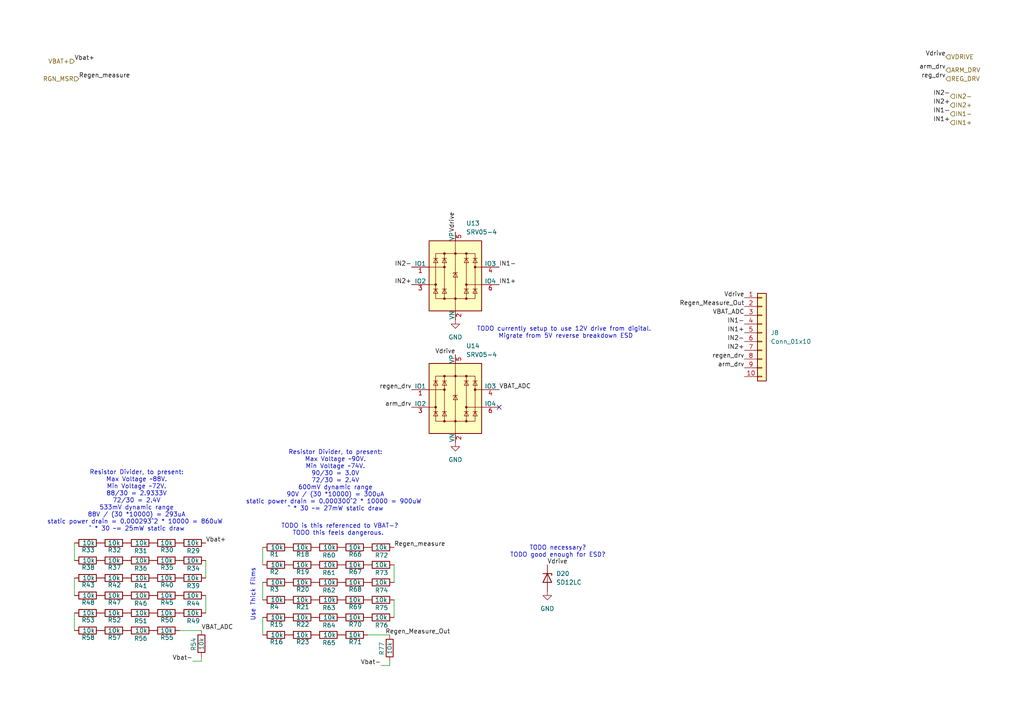
<source format=kicad_sch>
(kicad_sch (version 20250114) (generator "eeschema") (generator_version "9.0")
  (paper "A4")
  (lib_symbols
    (symbol "Connector_Generic:Conn_01x10" (pin_names (offset 1.016) (hide yes))
      (property "Reference" "J" (at 0 12.7 0))
      (property "Value" "Conn_01x10" (at 0 -15.24 0))
      (symbol "Conn_01x10_1_1"
        (rectangle (start -1.27 11.43) (end 1.27 -13.97) (stroke (width 0.254)) (fill (type background)))
        (rectangle (start -1.27 10.287) (end 0 10.033) (stroke (width 0.1524)))
        (rectangle (start -1.27 7.747) (end 0 7.493) (stroke (width 0.1524)))
        (rectangle (start -1.27 5.207) (end 0 4.953) (stroke (width 0.1524)))
        (rectangle (start -1.27 2.667) (end 0 2.413) (stroke (width 0.1524)))
        (rectangle (start -1.27 0.127) (end 0 -0.127) (stroke (width 0.1524)))
        (rectangle (start -1.27 -2.413) (end 0 -2.667) (stroke (width 0.1524)))
        (rectangle (start -1.27 -4.953) (end 0 -5.207) (stroke (width 0.1524)))
        (rectangle (start -1.27 -7.493) (end 0 -7.747) (stroke (width 0.1524)))
        (rectangle (start -1.27 -10.033) (end 0 -10.287) (stroke (width 0.1524)))
        (rectangle (start -1.27 -12.573) (end 0 -12.827) (stroke (width 0.1524)))
        (pin passive line (at -5.08 10.16 0) (length 3.81) (name "Pin_1") (number "1"))
        (pin passive line (at -5.08 7.62 0) (length 3.81) (name "Pin_2") (number "2"))
        (pin passive line (at -5.08 5.08 0) (length 3.81) (name "Pin_3") (number "3"))
        (pin passive line (at -5.08 2.54 0) (length 3.81) (name "Pin_4") (number "4"))
        (pin passive line (at -5.08 0 0) (length 3.81) (name "Pin_5") (number "5"))
        (pin passive line (at -5.08 -2.54 0) (length 3.81) (name "Pin_6") (number "6"))
        (pin passive line (at -5.08 -5.08 0) (length 3.81) (name "Pin_7") (number "7"))
        (pin passive line (at -5.08 -7.62 0) (length 3.81) (name "Pin_8") (number "8"))
        (pin passive line (at -5.08 -10.16 0) (length 3.81) (name "Pin_9") (number "9"))
        (pin passive line (at -5.08 -12.7 0) (length 3.81) (name "Pin_10") (number "10"))
      )
    )
    (symbol "Device:D_Zener" (pin_numbers (hide yes)) (pin_names (offset 1.016) (hide yes))
      (property "Reference" "D" (at 0 2.54 0))
      (property "Value" "D_Zener" (at 0 -2.54 0))
      (symbol "D_Zener_0_1"
        (polyline (pts (xy -1.27 -1.27) (xy -1.27 1.27) (xy -0.762 1.27)) (stroke (width 0.254)))
        (polyline (pts (xy 1.27 0) (xy -1.27 0)))
        (polyline (pts (xy 1.27 -1.27) (xy 1.27 1.27) (xy -1.27 0) (xy 1.27 -1.27)) (stroke (width 0.254)))
      )
      (symbol "D_Zener_1_1"
        (pin passive line (at -3.81 0 0) (length 2.54) (name "K") (number "1"))
        (pin passive line (at 3.81 0 180) (length 2.54) (name "A") (number "2"))
      )
    )
    (symbol "Device:R" (pin_numbers (hide yes)) (pin_names (offset 0))
      (property "Reference" "R" (at 2.032 0 90))
      (property "Value" "R" (at 0 0 90))
      (symbol "R_0_1"
        (rectangle (start -1.016 -2.54) (end 1.016 2.54) (stroke (width 0.254)))
      )
      (symbol "R_1_1"
        (pin passive line (at 0 3.81 270) (length 1.27) (name "~") (number "1"))
        (pin passive line (at 0 -3.81 90) (length 1.27) (name "~") (number "2"))
      )
    )
    (symbol "Power_Protection:SRV05-4" (pin_names (offset 0))
      (property "Reference" "U" (at -5.08 11.43 0))
      (property "Value" "SRV05-4" (at 2.54 11.43 0))
      (symbol "SRV05-4_0_0"
        (rectangle (start -5.715 6.477) (end 5.715 -6.604))
        (polyline (pts (xy -3.175 -6.604) (xy -3.175 6.477)))
        (polyline (pts (xy 3.175 6.477) (xy 3.175 -6.604)))
      )
      (symbol "SRV05-4_0_1"
        (polyline (pts (xy -7.747 2.54) (xy -3.175 2.54)))
        (rectangle (start -7.62 10.16) (end 7.62 -10.16) (stroke (width 0.254)) (fill (type background)))
        (polyline (pts (xy -7.62 -2.54) (xy -5.715 -2.54)))
        (circle (center -5.715 -2.54) (radius 0.2794) (fill (type outline)))
        (polyline (pts (xy -5.08 5.08) (xy -6.35 5.08)))
        (polyline (pts (xy -5.08 3.81) (xy -6.35 3.81) (xy -5.715 5.08) (xy -5.08 3.81)))
        (polyline (pts (xy -5.08 -3.81) (xy -6.35 -3.81)))
        (polyline (pts (xy -5.08 -5.08) (xy -6.35 -5.08) (xy -5.715 -3.81) (xy -5.08 -5.08)))
        (circle (center -3.175 6.477) (radius 0.2794) (fill (type outline)))
        (circle (center -3.175 2.54) (radius 0.2794) (fill (type outline)))
        (circle (center -3.175 -6.604) (radius 0.2794) (fill (type outline)))
        (polyline (pts (xy -2.54 5.08) (xy -3.81 5.08)))
        (polyline (pts (xy -2.54 3.81) (xy -3.81 3.81) (xy -3.175 5.08) (xy -2.54 3.81)))
        (polyline (pts (xy -2.54 -3.81) (xy -3.81 -3.81)))
        (polyline (pts (xy -2.54 -5.08) (xy -3.81 -5.08) (xy -3.175 -3.81) (xy -2.54 -5.08)))
        (polyline (pts (xy 0 10.16) (xy 0 -10.16)))
        (circle (center 0 6.477) (radius 0.2794) (fill (type outline)))
        (circle (center 0 -6.604) (radius 0.2794) (fill (type outline)))
        (polyline (pts (xy 0.635 0.889) (xy -0.635 0.889) (xy -0.635 0.635)))
        (polyline (pts (xy 0.635 -0.381) (xy -0.635 -0.381) (xy 0 0.889) (xy 0.635 -0.381)))
        (circle (center 3.175 6.477) (radius 0.2794) (fill (type outline)))
        (circle (center 3.175 -2.54) (radius 0.2794) (fill (type outline)))
        (circle (center 3.175 -6.604) (radius 0.2794) (fill (type outline)))
        (polyline (pts (xy 3.81 5.08) (xy 2.54 5.08)))
        (polyline (pts (xy 3.81 3.81) (xy 2.54 3.81) (xy 3.175 5.08) (xy 3.81 3.81)))
        (polyline (pts (xy 3.81 -3.81) (xy 2.54 -3.81)))
        (polyline (pts (xy 3.81 -5.08) (xy 2.54 -5.08) (xy 3.175 -3.81) (xy 3.81 -5.08)))
        (circle (center 5.715 2.54) (radius 0.2794) (fill (type outline)))
        (polyline (pts (xy 6.35 5.08) (xy 5.08 5.08)))
        (polyline (pts (xy 6.35 3.81) (xy 5.08 3.81) (xy 5.715 5.08) (xy 6.35 3.81)))
        (polyline (pts (xy 6.35 -3.81) (xy 5.08 -3.81)))
        (polyline (pts (xy 6.35 -5.08) (xy 5.08 -5.08) (xy 5.715 -3.81) (xy 6.35 -5.08)))
        (polyline (pts (xy 7.62 2.54) (xy 5.715 2.54)))
        (polyline (pts (xy 7.62 -2.54) (xy 3.175 -2.54)))
      )
      (symbol "SRV05-4_1_1"
        (pin passive line (at -12.7 2.54 0) (length 5.08) (name "IO1") (number "1"))
        (pin passive line (at -12.7 -2.54 0) (length 5.08) (name "IO2") (number "3"))
        (pin passive line (at 0 12.7 270) (length 2.54) (name "VP") (number "5"))
        (pin passive line (at 0 -12.7 90) (length 2.54) (name "VN") (number "2"))
        (pin passive line (at 12.7 2.54 180) (length 5.08) (name "IO3") (number "4"))
        (pin passive line (at 12.7 -2.54 180) (length 5.08) (name "IO4") (number "6"))
      )
    )
    (symbol "power:GND" (power) (pin_numbers (hide yes)) (pin_names (offset 0) (hide yes))
      (property "Value" "GND" (at 0 -3.81 0))
      (symbol "GND_0_1"
        (polyline (pts (xy 0 0) (xy 0 -1.27) (xy 1.27 -1.27) (xy 0 -2.54) (xy -1.27 -1.27) (xy 0 -1.27)))
      )
      (symbol "GND_1_1"
        (pin power_in line (at 0 0 270) (length 0) (name "~") (number "1"))
      )
    )
  )
  (text "TODO is this referenced to VBAT-?\nTODO this feels dangerous. " (at 98.552 153.67 0) (effects (font (size 1.27 1.27))))
  (text "TODO necessary?\nTODO good enough for ESD?" (at 161.798 160.02 0) (effects (font (size 1.27 1.27))))
  (text "Resistor Divider, to present:\nMax Voltage ~88V.\nMin Voltage ~72V.\n88/30 = 2.9333V\n72/30 = 2.4V\n533mV dynamic range\n88V / (30 *10000) = 293uA\nstatic power drain = 0.000293^2 * 10000 = 860uW \n^ * 30 ~= 25mW static draw" (at 39.624 145.288 0) (effects (font (size 1.27 1.27))))
  (text "Use Thick Films" (at 73.406 172.466 90) (effects (font (size 1.27 1.27))))
  (text "Resistor Divider, to present:\nMax Voltage ~90V.\nMin Voltage ~74V.\n90/30 = 3.0V\n72/30 = 2.4V\n600mV dynamic range\n90V / (30 *10000) = 300uA\nstatic power drain = 0.000300^2 * 10000 = 900uW \n^ * 30 ~= 27mW static draw" (at 97.282 139.446 0) (effects (font (size 1.27 1.27))))
  (text "TODO currently setup to use 12V drive from digital. \nMigrate from 5V reverse breakdown ESD" (at 164.084 96.52 0) (effects (font (size 1.27 1.27))))
  (no_connect (at 144.78 118.11))
  (wire (pts (xy 58.42 191.77) (xy 55.88 191.77)))
  (wire (pts (xy 113.03 184.15) (xy 106.68 184.15)))
  (wire (pts (xy 59.69 172.72) (xy 59.69 177.8)))
  (wire (pts (xy 21.59 177.8) (xy 21.59 182.88)))
  (wire (pts (xy 76.2 168.91) (xy 76.2 173.99)))
  (wire (pts (xy 113.03 193.04) (xy 110.49 193.04)))
  (wire (pts (xy 58.42 190.5) (xy 58.42 191.77)))
  (wire (pts (xy 21.59 167.64) (xy 21.59 172.72)))
  (wire (pts (xy 113.03 191.77) (xy 113.03 193.04)))
  (wire (pts (xy 21.59 157.48) (xy 21.59 162.56)))
  (wire (pts (xy 59.69 162.56) (xy 59.69 167.64)))
  (wire (pts (xy 114.3 163.83) (xy 114.3 168.91)))
  (wire (pts (xy 76.2 158.75) (xy 76.2 163.83)))
  (wire (pts (xy 58.42 182.88) (xy 52.07 182.88)))
  (wire (pts (xy 114.3 173.99) (xy 114.3 179.07)))
  (wire (pts (xy 76.2 179.07) (xy 76.2 184.15)))
  (label "Regen_Measure_Out" (at 111.76 184.15 0))
  (label "IN2-" (at 119.38 77.47 180))
  (label "regen_drv" (at 215.9 104.14 180))
  (label "Vbat+" (at 21.59 17.78 0))
  (label "Vdrive" (at 158.75 163.83 0))
  (label "Regen_measure" (at 22.86 22.86 0))
  (label "VBAT_ADC" (at 58.42 182.88 0))
  (label "arm_drv" (at 215.9 106.68 180))
  (label "IN2+" (at 119.38 82.55 180))
  (label "Vdrive" (at 215.9 86.36 180))
  (label "IN1+" (at 215.9 96.52 180))
  (label "Vbat-" (at 110.49 193.04 180))
  (label "Regen_Measure_Out" (at 215.9 88.9 180))
  (label "Vdrive" (at 132.08 102.87 180))
  (label "IN1-" (at 215.9 93.98 180))
  (label "reg_drv" (at 274.32 22.86 180))
  (label "IN1-" (at 144.78 77.47 0))
  (label "IN1-" (at 275.59 33.02 180))
  (label "Vbat+" (at 59.69 157.48 0))
  (label "Vdrive" (at 274.32 16.51 180))
  (label "IN1+" (at 144.78 82.55 0))
  (label "VBAT_ADC" (at 144.78 113.03 0))
  (label "IN2-" (at 215.9 99.06 180))
  (label "IN2-" (at 275.59 27.94 180))
  (label "IN2+" (at 215.9 101.6 180))
  (label "VBAT_ADC" (at 215.9 91.44 180))
  (label "Regen_measure" (at 114.3 158.75 0))
  (label "arm_drv" (at 119.38 118.11 180))
  (label "IN2+" (at 275.59 30.48 180))
  (label "Vbat-" (at 55.88 191.77 180))
  (label "IN1+" (at 275.59 35.56 180))
  (label "Vdrive" (at 132.08 67.31 90))
  (label "regen_drv" (at 119.38 113.03 180))
  (label "arm_drv" (at 274.32 20.32 180))
  (hierarchical_label "REG_DRV" (shape input) (at 274.32 22.86 0))
  (hierarchical_label "ARM_DRV" (shape input) (at 274.32 20.32 0))
  (hierarchical_label "IN2-" (shape input) (at 275.59 27.94 0))
  (hierarchical_label "IN1+" (shape input) (at 275.59 35.56 0))
  (hierarchical_label "IN2+" (shape input) (at 275.59 30.48 0))
  (hierarchical_label "IN1-" (shape input) (at 275.59 33.02 0))
  (hierarchical_label "VBAT+" (shape input) (at 21.59 17.78 180))
  (hierarchical_label "VDRIVE" (shape input) (at 274.32 16.51 0))
  (hierarchical_label "RGN_MSR" (shape input) (at 22.86 22.86 180))
  (symbol (lib_id "Device:R") (at 25.4 182.88 270) (unit 1)
    (property "Reference" "R58" (at 23.622 184.912 90) (effects (justify left)))
    (property "Value" "10k" (at 23.876 182.88 90) (effects (justify left)))
    (property "Footprint" "Resistor_SMD:R_0201_0603Metric_Pad0.64x0.40mm_HandSolder" (effects (hide yes)))
    (property "Description" "Resistor" (effects (hide yes)))
  )
  (symbol (lib_id "Device:R") (at 102.87 163.83 270) (unit 1)
    (property "Reference" "R67" (at 101.092 165.862 90) (effects (justify left)))
    (property "Value" "10k" (at 101.092 163.83 90) (effects (justify left)))
    (property "Footprint" "Resistor_SMD:R_0201_0603Metric_Pad0.64x0.40mm_HandSolder" (effects (hide yes)))
    (property "Description" "Resistor" (effects (hide yes)))
  )
  (symbol (lib_id "Device:R") (at 95.25 173.99 270) (unit 1)
    (property "Reference" "R63" (at 93.472 176.276 90) (effects (justify left)))
    (property "Value" "10k" (at 93.726 173.99 90) (effects (justify left)))
    (property "Footprint" "Resistor_SMD:R_0201_0603Metric_Pad0.64x0.40mm_HandSolder" (effects (hide yes)))
    (property "Description" "Resistor" (effects (hide yes)))
  )
  (symbol (lib_id "power:GND") (at 132.08 92.71 0) (unit 1)
    (property "Reference" "#PWR038" (effects (hide yes)))
    (property "Value" "GND" (at 132.08 97.79 0))
    (property "Description" "Power symbol creates a global label with name \"GND\" , ground" (effects (hide yes)))
  )
  (symbol (lib_id "Device:R") (at 25.4 162.56 270) (unit 1)
    (property "Reference" "R38" (at 23.622 164.592 90) (effects (justify left)))
    (property "Value" "10k" (at 23.876 162.56 90) (effects (justify left)))
    (property "Footprint" "Resistor_SMD:R_0201_0603Metric_Pad0.64x0.40mm_HandSolder" (effects (hide yes)))
    (property "Description" "Resistor" (effects (hide yes)))
  )
  (symbol (lib_id "Device:R") (at 110.49 158.75 270) (unit 1)
    (property "Reference" "R72" (at 108.712 161.036 90) (effects (justify left)))
    (property "Value" "10k" (at 108.712 158.75 90) (effects (justify left)))
    (property "Footprint" "Resistor_SMD:R_0201_0603Metric_Pad0.64x0.40mm_HandSolder" (effects (hide yes)))
    (property "Description" "Resistor" (effects (hide yes)))
  )
  (symbol (lib_id "Device:R") (at 25.4 172.72 270) (unit 1)
    (property "Reference" "R48" (at 23.622 174.752 90) (effects (justify left)))
    (property "Value" "10k" (at 23.876 172.72 90) (effects (justify left)))
    (property "Footprint" "Resistor_SMD:R_0201_0603Metric_Pad0.64x0.40mm_HandSolder" (effects (hide yes)))
    (property "Description" "Resistor" (effects (hide yes)))
  )
  (symbol (lib_id "power:GND") (at 158.75 171.45 0) (unit 1)
    (property "Reference" "#PWR040" (effects (hide yes)))
    (property "Value" "GND" (at 158.75 176.53 0))
    (property "Description" "Power symbol creates a global label with name \"GND\" , ground" (effects (hide yes)))
  )
  (symbol (lib_id "Device:R") (at 102.87 173.99 270) (unit 1)
    (property "Reference" "R69" (at 101.092 176.022 90) (effects (justify left)))
    (property "Value" "10k" (at 101.092 173.99 90) (effects (justify left)))
    (property "Footprint" "Resistor_SMD:R_0201_0603Metric_Pad0.64x0.40mm_HandSolder" (effects (hide yes)))
    (property "Description" "Resistor" (effects (hide yes)))
  )
  (symbol (lib_id "Device:R") (at 48.26 162.56 270) (unit 1)
    (property "Reference" "R35" (at 46.482 164.592 90) (effects (justify left)))
    (property "Value" "10k" (at 46.482 162.56 90) (effects (justify left)))
    (property "Footprint" "Resistor_SMD:R_0201_0603Metric_Pad0.64x0.40mm_HandSolder" (effects (hide yes)))
    (property "Description" "Resistor" (effects (hide yes)))
  )
  (symbol (lib_id "Device:R") (at 55.88 167.64 270) (unit 1)
    (property "Reference" "R39" (at 54.102 169.926 90) (effects (justify left)))
    (property "Value" "10k" (at 54.102 167.64 90) (effects (justify left)))
    (property "Footprint" "Resistor_SMD:R_0201_0603Metric_Pad0.64x0.40mm_HandSolder" (effects (hide yes)))
    (property "Description" "Resistor" (effects (hide yes)))
  )
  (symbol (lib_id "Device:R") (at 80.01 184.15 270) (unit 1)
    (property "Reference" "R16" (at 78.232 186.182 90) (effects (justify left)))
    (property "Value" "10k" (at 78.486 184.15 90) (effects (justify left)))
    (property "Footprint" "Resistor_SMD:R_0201_0603Metric_Pad0.64x0.40mm_HandSolder" (effects (hide yes)))
    (property "Description" "Resistor" (effects (hide yes)))
  )
  (symbol (lib_id "Device:R") (at 40.64 157.48 270) (unit 1)
    (property "Reference" "R31" (at 38.862 159.766 90) (effects (justify left)))
    (property "Value" "10k" (at 39.116 157.48 90) (effects (justify left)))
    (property "Footprint" "Resistor_SMD:R_0201_0603Metric_Pad0.64x0.40mm_HandSolder" (effects (hide yes)))
    (property "Description" "Resistor" (effects (hide yes)))
  )
  (symbol (lib_id "Device:R") (at 110.49 173.99 270) (unit 1)
    (property "Reference" "R75" (at 108.712 176.276 90) (effects (justify left)))
    (property "Value" "10k" (at 108.712 173.99 90) (effects (justify left)))
    (property "Footprint" "Resistor_SMD:R_0201_0603Metric_Pad0.64x0.40mm_HandSolder" (effects (hide yes)))
    (property "Description" "Resistor" (effects (hide yes)))
  )
  (symbol (lib_id "Device:R") (at 58.42 186.69 180) (unit 1)
    (property "Reference" "R54" (at 56.134 184.912 90) (effects (justify left)))
    (property "Value" "10k" (at 58.42 184.912 90) (effects (justify left)))
    (property "Footprint" "Resistor_SMD:R_0201_0603Metric_Pad0.64x0.40mm_HandSolder" (effects (hide yes)))
    (property "Description" "Resistor" (effects (hide yes)))
  )
  (symbol (lib_id "Device:R") (at 95.25 158.75 270) (unit 1)
    (property "Reference" "R60" (at 93.472 161.036 90) (effects (justify left)))
    (property "Value" "10k" (at 93.726 158.75 90) (effects (justify left)))
    (property "Footprint" "Resistor_SMD:R_0201_0603Metric_Pad0.64x0.40mm_HandSolder" (effects (hide yes)))
    (property "Description" "Resistor" (effects (hide yes)))
  )
  (symbol (lib_id "Device:R") (at 48.26 157.48 270) (unit 1)
    (property "Reference" "R30" (at 46.482 159.512 90) (effects (justify left)))
    (property "Value" "10k" (at 46.482 157.48 90) (effects (justify left)))
    (property "Footprint" "Resistor_SMD:R_0201_0603Metric_Pad0.64x0.40mm_HandSolder" (effects (hide yes)))
    (property "Description" "Resistor" (effects (hide yes)))
  )
  (symbol (lib_id "Device:R") (at 55.88 177.8 270) (unit 1)
    (property "Reference" "R49" (at 54.102 180.086 90) (effects (justify left)))
    (property "Value" "10k" (at 54.102 177.8 90) (effects (justify left)))
    (property "Footprint" "Resistor_SMD:R_0201_0603Metric_Pad0.64x0.40mm_HandSolder" (effects (hide yes)))
    (property "Description" "Resistor" (effects (hide yes)))
  )
  (symbol (lib_id "Device:R") (at 25.4 167.64 270) (unit 1)
    (property "Reference" "R43" (at 23.622 169.672 90) (effects (justify left)))
    (property "Value" "10k" (at 23.876 167.64 90) (effects (justify left)))
    (property "Footprint" "Resistor_SMD:R_0201_0603Metric_Pad0.64x0.40mm_HandSolder" (effects (hide yes)))
    (property "Description" "Resistor" (effects (hide yes)))
  )
  (symbol (lib_id "Device:R") (at 33.02 172.72 270) (unit 1)
    (property "Reference" "R47" (at 31.242 174.752 90) (effects (justify left)))
    (property "Value" "10k" (at 31.242 172.72 90) (effects (justify left)))
    (property "Footprint" "Resistor_SMD:R_0201_0603Metric_Pad0.64x0.40mm_HandSolder" (effects (hide yes)))
    (property "Description" "Resistor" (effects (hide yes)))
  )
  (symbol (lib_id "Device:R") (at 40.64 177.8 270) (unit 1)
    (property "Reference" "R51" (at 38.862 180.086 90) (effects (justify left)))
    (property "Value" "10k" (at 39.116 177.8 90) (effects (justify left)))
    (property "Footprint" "Resistor_SMD:R_0201_0603Metric_Pad0.64x0.40mm_HandSolder" (effects (hide yes)))
    (property "Description" "Resistor" (effects (hide yes)))
  )
  (symbol (lib_id "Device:R") (at 102.87 168.91 270) (unit 1)
    (property "Reference" "R68" (at 101.092 170.942 90) (effects (justify left)))
    (property "Value" "10k" (at 101.092 168.91 90) (effects (justify left)))
    (property "Footprint" "Resistor_SMD:R_0201_0603Metric_Pad0.64x0.40mm_HandSolder" (effects (hide yes)))
    (property "Description" "Resistor" (effects (hide yes)))
  )
  (symbol (lib_id "Device:R") (at 87.63 184.15 270) (unit 1)
    (property "Reference" "R23" (at 85.852 186.182 90) (effects (justify left)))
    (property "Value" "10k" (at 85.852 184.15 90) (effects (justify left)))
    (property "Footprint" "Resistor_SMD:R_0201_0603Metric_Pad0.64x0.40mm_HandSolder" (effects (hide yes)))
    (property "Description" "Resistor" (effects (hide yes)))
  )
  (symbol (lib_id "Device:R") (at 87.63 179.07 270) (unit 1)
    (property "Reference" "R22" (at 85.852 181.102 90) (effects (justify left)))
    (property "Value" "10k" (at 85.852 179.07 90) (effects (justify left)))
    (property "Footprint" "Resistor_SMD:R_0201_0603Metric_Pad0.64x0.40mm_HandSolder" (effects (hide yes)))
    (property "Description" "Resistor" (effects (hide yes)))
  )
  (symbol (lib_id "Device:R") (at 80.01 179.07 270) (unit 1)
    (property "Reference" "R15" (at 78.232 181.102 90) (effects (justify left)))
    (property "Value" "10k" (at 78.486 179.07 90) (effects (justify left)))
    (property "Footprint" "Resistor_SMD:R_0201_0603Metric_Pad0.64x0.40mm_HandSolder" (effects (hide yes)))
    (property "Description" "Resistor" (effects (hide yes)))
  )
  (symbol (lib_id "Device:R") (at 33.02 182.88 270) (unit 1)
    (property "Reference" "R57" (at 31.242 184.912 90) (effects (justify left)))
    (property "Value" "10k" (at 31.242 182.88 90) (effects (justify left)))
    (property "Footprint" "Resistor_SMD:R_0201_0603Metric_Pad0.64x0.40mm_HandSolder" (effects (hide yes)))
    (property "Description" "Resistor" (effects (hide yes)))
  )
  (symbol (lib_id "Device:R") (at 55.88 172.72 270) (unit 1)
    (property "Reference" "R44" (at 54.102 175.006 90) (effects (justify left)))
    (property "Value" "10k" (at 54.102 172.72 90) (effects (justify left)))
    (property "Footprint" "Resistor_SMD:R_0201_0603Metric_Pad0.64x0.40mm_HandSolder" (effects (hide yes)))
    (property "Description" "Resistor" (effects (hide yes)))
  )
  (symbol (lib_id "Device:R") (at 110.49 163.83 270) (unit 1)
    (property "Reference" "R73" (at 108.712 166.116 90) (effects (justify left)))
    (property "Value" "10k" (at 108.712 163.83 90) (effects (justify left)))
    (property "Footprint" "Resistor_SMD:R_0603_1608Metric_Pad0.98x0.95mm_HandSolder" (effects (hide yes)))
    (property "Description" "Resistor" (effects (hide yes)))
  )
  (symbol (lib_id "Device:R") (at 40.64 167.64 270) (unit 1)
    (property "Reference" "R41" (at 38.862 169.926 90) (effects (justify left)))
    (property "Value" "10k" (at 39.116 167.64 90) (effects (justify left)))
    (property "Footprint" "Resistor_SMD:R_0201_0603Metric_Pad0.64x0.40mm_HandSolder" (effects (hide yes)))
    (property "Description" "Resistor" (effects (hide yes)))
  )
  (symbol (lib_id "Device:R") (at 40.64 162.56 270) (unit 1)
    (property "Reference" "R36" (at 38.862 164.846 90) (effects (justify left)))
    (property "Value" "10k" (at 39.116 162.56 90) (effects (justify left)))
    (property "Footprint" "Resistor_SMD:R_0201_0603Metric_Pad0.64x0.40mm_HandSolder" (effects (hide yes)))
    (property "Description" "Resistor" (effects (hide yes)))
  )
  (symbol (lib_id "Power_Protection:SRV05-4") (at 132.08 80.01 0) (unit 1)
    (property "Reference" "U13" (at 135.1981 64.77 0) (effects (justify left)))
    (property "Value" "SRV05-4" (at 135.1981 67.31 0) (effects (justify left)))
    (property "Footprint" "Package_TO_SOT_SMD:SOT-23-6" (effects (hide yes)))
    (property "Datasheet" "http://www.onsemi.com/pub/Collateral/SRV05-4-D.PDF" (effects (hide yes)))
    (property "Description" "ESD Protection Diodes with Low Clamping Voltage, SOT-23-6" (effects (hide yes)))
  )
  (symbol (lib_id "Power_Protection:SRV05-4") (at 132.08 115.57 0) (unit 1)
    (property "Reference" "U14" (at 135.1981 100.33 0) (effects (justify left)))
    (property "Value" "SRV05-4" (at 135.1981 102.87 0) (effects (justify left)))
    (property "Footprint" "Package_TO_SOT_SMD:SOT-23-6" (effects (hide yes)))
    (property "Datasheet" "http://www.onsemi.com/pub/Collateral/SRV05-4-D.PDF" (effects (hide yes)))
    (property "Description" "ESD Protection Diodes with Low Clamping Voltage, SOT-23-6" (effects (hide yes)))
  )
  (symbol (lib_id "Device:R") (at 48.26 177.8 270) (unit 1)
    (property "Reference" "R50" (at 46.482 179.832 90) (effects (justify left)))
    (property "Value" "10k" (at 46.482 177.8 90) (effects (justify left)))
    (property "Footprint" "Resistor_SMD:R_0201_0603Metric_Pad0.64x0.40mm_HandSolder" (effects (hide yes)))
    (property "Description" "Resistor" (effects (hide yes)))
  )
  (symbol (lib_id "Device:R") (at 110.49 179.07 270) (unit 1)
    (property "Reference" "R76" (at 108.712 181.356 90) (effects (justify left)))
    (property "Value" "10k" (at 108.712 179.07 90) (effects (justify left)))
    (property "Footprint" "Resistor_SMD:R_0201_0603Metric_Pad0.64x0.40mm_HandSolder" (effects (hide yes)))
    (property "Description" "Resistor" (effects (hide yes)))
  )
  (symbol (lib_id "Device:R") (at 48.26 172.72 270) (unit 1)
    (property "Reference" "R45" (at 46.482 174.752 90) (effects (justify left)))
    (property "Value" "10k" (at 46.482 172.72 90) (effects (justify left)))
    (property "Footprint" "Resistor_SMD:R_0201_0603Metric_Pad0.64x0.40mm_HandSolder" (effects (hide yes)))
    (property "Description" "Resistor" (effects (hide yes)))
  )
  (symbol (lib_id "Device:R") (at 95.25 179.07 270) (unit 1)
    (property "Reference" "R64" (at 93.472 181.356 90) (effects (justify left)))
    (property "Value" "10k" (at 93.726 179.07 90) (effects (justify left)))
    (property "Footprint" "Resistor_SMD:R_0201_0603Metric_Pad0.64x0.40mm_HandSolder" (effects (hide yes)))
    (property "Description" "Resistor" (effects (hide yes)))
  )
  (symbol (lib_id "Device:D_Zener") (at 158.75 167.64 270) (unit 1)
    (property "Reference" "D20" (at 161.29 166.3699 90) (effects (justify left)))
    (property "Value" "SD12LC" (at 161.29 168.9099 90) (effects (justify left)))
    (property "Description" "Zener diode" (effects (hide yes)))
  )
  (symbol (lib_id "Device:R") (at 80.01 158.75 270) (unit 1)
    (property "Reference" "R1" (at 78.232 160.782 90) (effects (justify left)))
    (property "Value" "10k" (at 78.486 158.75 90) (effects (justify left)))
    (property "Footprint" "Resistor_SMD:R_0201_0603Metric_Pad0.64x0.40mm_HandSolder" (effects (hide yes)))
    (property "Description" "Resistor" (effects (hide yes)))
  )
  (symbol (lib_id "Device:R") (at 102.87 158.75 270) (unit 1)
    (property "Reference" "R66" (at 101.092 160.782 90) (effects (justify left)))
    (property "Value" "10k" (at 101.092 158.75 90) (effects (justify left)))
    (property "Footprint" "Resistor_SMD:R_0201_0603Metric_Pad0.64x0.40mm_HandSolder" (effects (hide yes)))
    (property "Description" "Resistor" (effects (hide yes)))
  )
  (symbol (lib_id "Device:R") (at 87.63 168.91 270) (unit 1)
    (property "Reference" "R20" (at 85.852 170.942 90) (effects (justify left)))
    (property "Value" "10k" (at 85.852 168.91 90) (effects (justify left)))
    (property "Footprint" "Resistor_SMD:R_0201_0603Metric_Pad0.64x0.40mm_HandSolder" (effects (hide yes)))
    (property "Description" "Resistor" (effects (hide yes)))
  )
  (symbol (lib_id "Device:R") (at 33.02 162.56 270) (unit 1)
    (property "Reference" "R37" (at 31.242 164.592 90) (effects (justify left)))
    (property "Value" "10k" (at 31.242 162.56 90) (effects (justify left)))
    (property "Footprint" "Resistor_SMD:R_0201_0603Metric_Pad0.64x0.40mm_HandSolder" (effects (hide yes)))
    (property "Description" "Resistor" (effects (hide yes)))
  )
  (symbol (lib_id "Device:R") (at 80.01 168.91 270) (unit 1)
    (property "Reference" "R3" (at 78.232 170.942 90) (effects (justify left)))
    (property "Value" "10k" (at 78.486 168.91 90) (effects (justify left)))
    (property "Footprint" "Resistor_SMD:R_0201_0603Metric_Pad0.64x0.40mm_HandSolder" (effects (hide yes)))
    (property "Description" "Resistor" (effects (hide yes)))
  )
  (symbol (lib_id "Device:R") (at 113.03 187.96 180) (unit 1)
    (property "Reference" "R77" (at 110.744 186.182 90) (effects (justify left)))
    (property "Value" "10k" (at 113.03 186.182 90) (effects (justify left)))
    (property "Footprint" "Resistor_SMD:R_0201_0603Metric_Pad0.64x0.40mm_HandSolder" (effects (hide yes)))
    (property "Description" "Resistor" (effects (hide yes)))
  )
  (symbol (lib_id "Device:R") (at 110.49 168.91 270) (unit 1)
    (property "Reference" "R74" (at 108.712 171.196 90) (effects (justify left)))
    (property "Value" "10k" (at 108.712 168.91 90) (effects (justify left)))
    (property "Footprint" "Resistor_SMD:R_0201_0603Metric_Pad0.64x0.40mm_HandSolder" (effects (hide yes)))
    (property "Description" "Resistor" (effects (hide yes)))
  )
  (symbol (lib_id "Device:R") (at 33.02 167.64 270) (unit 1)
    (property "Reference" "R42" (at 31.242 169.672 90) (effects (justify left)))
    (property "Value" "10k" (at 31.242 167.64 90) (effects (justify left)))
    (property "Footprint" "Resistor_SMD:R_0201_0603Metric_Pad0.64x0.40mm_HandSolder" (effects (hide yes)))
    (property "Description" "Resistor" (effects (hide yes)))
  )
  (symbol (lib_id "Device:R") (at 87.63 163.83 270) (unit 1)
    (property "Reference" "R19" (at 85.852 165.862 90) (effects (justify left)))
    (property "Value" "10k" (at 85.852 163.83 90) (effects (justify left)))
    (property "Footprint" "Resistor_SMD:R_0201_0603Metric_Pad0.64x0.40mm_HandSolder" (effects (hide yes)))
    (property "Description" "Resistor" (effects (hide yes)))
  )
  (symbol (lib_id "Device:R") (at 80.01 163.83 270) (unit 1)
    (property "Reference" "R2" (at 78.232 165.862 90) (effects (justify left)))
    (property "Value" "10k" (at 78.486 163.83 90) (effects (justify left)))
    (property "Footprint" "Resistor_SMD:R_0201_0603Metric_Pad0.64x0.40mm_HandSolder" (effects (hide yes)))
    (property "Description" "Resistor" (effects (hide yes)))
  )
  (symbol (lib_id "Device:R") (at 25.4 157.48 270) (unit 1)
    (property "Reference" "R33" (at 23.622 159.512 90) (effects (justify left)))
    (property "Value" "10k" (at 23.876 157.48 90) (effects (justify left)))
    (property "Footprint" "Resistor_SMD:R_0201_0603Metric_Pad0.64x0.40mm_HandSolder" (effects (hide yes)))
    (property "Description" "Resistor" (effects (hide yes)))
  )
  (symbol (lib_id "Device:R") (at 40.64 182.88 270) (unit 1)
    (property "Reference" "R56" (at 38.862 185.166 90) (effects (justify left)))
    (property "Value" "10k" (at 39.116 182.88 90) (effects (justify left)))
    (property "Footprint" "Resistor_SMD:R_0201_0603Metric_Pad0.64x0.40mm_HandSolder" (effects (hide yes)))
    (property "Description" "Resistor" (effects (hide yes)))
  )
  (symbol (lib_id "Device:R") (at 33.02 177.8 270) (unit 1)
    (property "Reference" "R52" (at 31.242 179.832 90) (effects (justify left)))
    (property "Value" "10k" (at 31.242 177.8 90) (effects (justify left)))
    (property "Footprint" "Resistor_SMD:R_0201_0603Metric_Pad0.64x0.40mm_HandSolder" (effects (hide yes)))
    (property "Description" "Resistor" (effects (hide yes)))
  )
  (symbol (lib_id "Device:R") (at 80.01 173.99 270) (unit 1)
    (property "Reference" "R4" (at 78.232 176.022 90) (effects (justify left)))
    (property "Value" "10k" (at 78.486 173.99 90) (effects (justify left)))
    (property "Footprint" "Resistor_SMD:R_0201_0603Metric_Pad0.64x0.40mm_HandSolder" (effects (hide yes)))
    (property "Description" "Resistor" (effects (hide yes)))
  )
  (symbol (lib_id "Device:R") (at 102.87 179.07 270) (unit 1)
    (property "Reference" "R70" (at 101.092 181.102 90) (effects (justify left)))
    (property "Value" "10k" (at 101.092 179.07 90) (effects (justify left)))
    (property "Footprint" "Resistor_SMD:R_0201_0603Metric_Pad0.64x0.40mm_HandSolder" (effects (hide yes)))
    (property "Description" "Resistor" (effects (hide yes)))
  )
  (symbol (lib_id "Device:R") (at 48.26 182.88 270) (unit 1)
    (property "Reference" "R55" (at 46.482 184.912 90) (effects (justify left)))
    (property "Value" "10k" (at 46.482 182.88 90) (effects (justify left)))
    (property "Footprint" "Resistor_SMD:R_0201_0603Metric_Pad0.64x0.40mm_HandSolder" (effects (hide yes)))
    (property "Description" "Resistor" (effects (hide yes)))
  )
  (symbol (lib_id "Device:R") (at 95.25 163.83 270) (unit 1)
    (property "Reference" "R61" (at 93.472 166.116 90) (effects (justify left)))
    (property "Value" "10k" (at 93.726 163.83 90) (effects (justify left)))
    (property "Footprint" "Resistor_SMD:R_0201_0603Metric_Pad0.64x0.40mm_HandSolder" (effects (hide yes)))
    (property "Description" "Resistor" (effects (hide yes)))
  )
  (symbol (lib_id "Device:R") (at 33.02 157.48 270) (unit 1)
    (property "Reference" "R32" (at 31.242 159.512 90) (effects (justify left)))
    (property "Value" "10k" (at 31.242 157.48 90) (effects (justify left)))
    (property "Footprint" "Resistor_SMD:R_0201_0603Metric_Pad0.64x0.40mm_HandSolder" (effects (hide yes)))
    (property "Description" "Resistor" (effects (hide yes)))
  )
  (symbol (lib_id "Device:R") (at 95.25 184.15 270) (unit 1)
    (property "Reference" "R65" (at 93.472 186.436 90) (effects (justify left)))
    (property "Value" "10k" (at 93.726 184.15 90) (effects (justify left)))
    (property "Footprint" "Resistor_SMD:R_0201_0603Metric_Pad0.64x0.40mm_HandSolder" (effects (hide yes)))
    (property "Description" "Resistor" (effects (hide yes)))
  )
  (symbol (lib_id "Device:R") (at 55.88 157.48 270) (unit 1)
    (property "Reference" "R29" (at 54.102 159.766 90) (effects (justify left)))
    (property "Value" "10k" (at 54.102 157.48 90) (effects (justify left)))
    (property "Footprint" "Resistor_SMD:R_0201_0603Metric_Pad0.64x0.40mm_HandSolder" (effects (hide yes)))
    (property "Description" "Resistor" (effects (hide yes)))
  )
  (symbol (lib_id "Connector_Generic:Conn_01x10") (at 220.98 96.52 0) (unit 1)
    (property "Reference" "J8" (at 223.52 96.5199 0) (effects (justify left)))
    (property "Value" "Conn_01x10" (at 223.52 99.0599 0) (effects (justify left)))
    (property "Description" "Generic connector, single row, 01x10, script generated (kicad-library-utils/schlib/autogen/connector/)" (effects (hide yes)))
  )
  (symbol (lib_id "Device:R") (at 40.64 172.72 270) (unit 1)
    (property "Reference" "R46" (at 38.862 175.006 90) (effects (justify left)))
    (property "Value" "10k" (at 39.116 172.72 90) (effects (justify left)))
    (property "Footprint" "Resistor_SMD:R_0201_0603Metric_Pad0.64x0.40mm_HandSolder" (effects (hide yes)))
    (property "Description" "Resistor" (effects (hide yes)))
  )
  (symbol (lib_id "Device:R") (at 25.4 177.8 270) (unit 1)
    (property "Reference" "R53" (at 23.622 179.832 90) (effects (justify left)))
    (property "Value" "10k" (at 23.876 177.8 90) (effects (justify left)))
    (property "Footprint" "Resistor_SMD:R_0201_0603Metric_Pad0.64x0.40mm_HandSolder" (effects (hide yes)))
    (property "Description" "Resistor" (effects (hide yes)))
  )
  (symbol (lib_id "Device:R") (at 87.63 158.75 270) (unit 1)
    (property "Reference" "R18" (at 85.852 160.782 90) (effects (justify left)))
    (property "Value" "10k" (at 85.852 158.75 90) (effects (justify left)))
    (property "Footprint" "Resistor_SMD:R_0201_0603Metric_Pad0.64x0.40mm_HandSolder" (effects (hide yes)))
    (property "Description" "Resistor" (effects (hide yes)))
  )
  (symbol (lib_id "Device:R") (at 55.88 162.56 270) (unit 1)
    (property "Reference" "R34" (at 54.102 164.846 90) (effects (justify left)))
    (property "Value" "10k" (at 54.102 162.56 90) (effects (justify left)))
    (property "Footprint" "Resistor_SMD:R_0603_1608Metric_Pad0.98x0.95mm_HandSolder" (effects (hide yes)))
    (property "Description" "Resistor" (effects (hide yes)))
  )
  (symbol (lib_id "Device:R") (at 102.87 184.15 270) (unit 1)
    (property "Reference" "R71" (at 101.092 186.182 90) (effects (justify left)))
    (property "Value" "10k" (at 101.092 184.15 90) (effects (justify left)))
    (property "Footprint" "Resistor_SMD:R_0201_0603Metric_Pad0.64x0.40mm_HandSolder" (effects (hide yes)))
    (property "Description" "Resistor" (effects (hide yes)))
  )
  (symbol (lib_id "Device:R") (at 95.25 168.91 270) (unit 1)
    (property "Reference" "R62" (at 93.472 171.196 90) (effects (justify left)))
    (property "Value" "10k" (at 93.726 168.91 90) (effects (justify left)))
    (property "Footprint" "Resistor_SMD:R_0201_0603Metric_Pad0.64x0.40mm_HandSolder" (effects (hide yes)))
    (property "Description" "Resistor" (effects (hide yes)))
  )
  (symbol (lib_id "power:GND") (at 132.08 128.27 0) (unit 1)
    (property "Reference" "#PWR039" (effects (hide yes)))
    (property "Value" "GND" (at 132.08 133.35 0))
    (property "Description" "Power symbol creates a global label with name \"GND\" , ground" (effects (hide yes)))
  )
  (symbol (lib_id "Device:R") (at 48.26 167.64 270) (unit 1)
    (property "Reference" "R40" (at 46.482 169.672 90) (effects (justify left)))
    (property "Value" "10k" (at 46.482 167.64 90) (effects (justify left)))
    (property "Footprint" "Resistor_SMD:R_0201_0603Metric_Pad0.64x0.40mm_HandSolder" (effects (hide yes)))
    (property "Description" "Resistor" (effects (hide yes)))
  )
  (symbol (lib_id "Device:R") (at 87.63 173.99 270) (unit 1)
    (property "Reference" "R21" (at 85.852 176.022 90) (effects (justify left)))
    (property "Value" "10k" (at 85.852 173.99 90) (effects (justify left)))
    (property "Footprint" "Resistor_SMD:R_0201_0603Metric_Pad0.64x0.40mm_HandSolder" (effects (hide yes)))
    (property "Description" "Resistor" (effects (hide yes)))
  )
)
</source>
